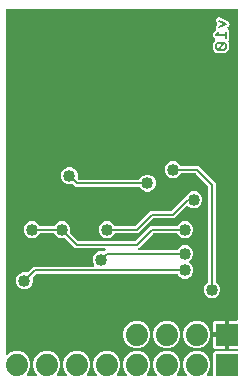
<source format=gbr>
G04 EAGLE Gerber RS-274X export*
G75*
%MOMM*%
%FSLAX34Y34*%
%LPD*%
%INBottom Copper*%
%IPPOS*%
%AMOC8*
5,1,8,0,0,1.08239X$1,22.5*%
G01*
%ADD10C,0.152400*%
%ADD11R,1.879600X1.879600*%
%ADD12C,1.879600*%
%ADD13C,1.016000*%
%ADD14C,0.203200*%

G36*
X28910Y3307D02*
X28910Y3307D01*
X28939Y3304D01*
X29050Y3327D01*
X29162Y3343D01*
X29189Y3355D01*
X29218Y3360D01*
X29318Y3413D01*
X29422Y3459D01*
X29444Y3478D01*
X29470Y3491D01*
X29552Y3569D01*
X29639Y3642D01*
X29655Y3667D01*
X29676Y3687D01*
X29733Y3785D01*
X29796Y3879D01*
X29805Y3907D01*
X29820Y3932D01*
X29848Y4042D01*
X29882Y4150D01*
X29883Y4180D01*
X29890Y4208D01*
X29886Y4321D01*
X29889Y4434D01*
X29882Y4463D01*
X29881Y4492D01*
X29846Y4600D01*
X29818Y4709D01*
X29803Y4735D01*
X29794Y4763D01*
X29748Y4827D01*
X29672Y4954D01*
X29627Y4997D01*
X29599Y5036D01*
X28409Y6225D01*
X26669Y10426D01*
X26669Y14974D01*
X28410Y19175D01*
X31625Y22390D01*
X35826Y24131D01*
X40374Y24131D01*
X44575Y22390D01*
X47790Y19175D01*
X49531Y14974D01*
X49531Y10426D01*
X47791Y6225D01*
X46601Y5036D01*
X46584Y5012D01*
X46561Y4993D01*
X46499Y4899D01*
X46430Y4809D01*
X46420Y4781D01*
X46404Y4757D01*
X46370Y4649D01*
X46329Y4543D01*
X46327Y4514D01*
X46318Y4486D01*
X46315Y4372D01*
X46306Y4260D01*
X46311Y4231D01*
X46311Y4202D01*
X46339Y4092D01*
X46362Y3981D01*
X46375Y3955D01*
X46382Y3927D01*
X46440Y3829D01*
X46493Y3729D01*
X46513Y3707D01*
X46528Y3682D01*
X46610Y3605D01*
X46688Y3523D01*
X46714Y3508D01*
X46735Y3488D01*
X46836Y3436D01*
X46934Y3379D01*
X46962Y3372D01*
X46988Y3358D01*
X47066Y3345D01*
X47209Y3309D01*
X47272Y3311D01*
X47319Y3303D01*
X54281Y3303D01*
X54310Y3307D01*
X54339Y3304D01*
X54450Y3327D01*
X54562Y3343D01*
X54589Y3355D01*
X54618Y3360D01*
X54718Y3413D01*
X54822Y3459D01*
X54844Y3478D01*
X54870Y3491D01*
X54952Y3569D01*
X55039Y3642D01*
X55055Y3667D01*
X55076Y3687D01*
X55133Y3785D01*
X55196Y3879D01*
X55205Y3907D01*
X55220Y3932D01*
X55248Y4042D01*
X55282Y4150D01*
X55283Y4180D01*
X55290Y4208D01*
X55286Y4321D01*
X55289Y4434D01*
X55282Y4463D01*
X55281Y4492D01*
X55246Y4600D01*
X55218Y4709D01*
X55203Y4735D01*
X55194Y4763D01*
X55148Y4827D01*
X55072Y4954D01*
X55027Y4997D01*
X54999Y5036D01*
X53809Y6225D01*
X52069Y10426D01*
X52069Y14974D01*
X53810Y19175D01*
X57025Y22390D01*
X61226Y24131D01*
X65774Y24131D01*
X69975Y22390D01*
X73190Y19175D01*
X74931Y14974D01*
X74931Y10426D01*
X73191Y6225D01*
X72001Y5036D01*
X71984Y5012D01*
X71961Y4993D01*
X71899Y4899D01*
X71830Y4809D01*
X71820Y4781D01*
X71804Y4757D01*
X71770Y4649D01*
X71729Y4543D01*
X71727Y4514D01*
X71718Y4486D01*
X71715Y4372D01*
X71706Y4260D01*
X71711Y4231D01*
X71711Y4202D01*
X71739Y4092D01*
X71762Y3981D01*
X71775Y3955D01*
X71782Y3927D01*
X71840Y3829D01*
X71893Y3729D01*
X71913Y3707D01*
X71928Y3682D01*
X72010Y3605D01*
X72088Y3523D01*
X72114Y3508D01*
X72135Y3488D01*
X72236Y3436D01*
X72334Y3379D01*
X72362Y3372D01*
X72388Y3358D01*
X72466Y3345D01*
X72609Y3309D01*
X72672Y3311D01*
X72719Y3303D01*
X79681Y3303D01*
X79710Y3307D01*
X79739Y3304D01*
X79850Y3327D01*
X79962Y3343D01*
X79989Y3355D01*
X80018Y3360D01*
X80118Y3413D01*
X80222Y3459D01*
X80244Y3478D01*
X80270Y3491D01*
X80352Y3569D01*
X80439Y3642D01*
X80455Y3667D01*
X80476Y3687D01*
X80533Y3785D01*
X80596Y3879D01*
X80605Y3907D01*
X80620Y3932D01*
X80648Y4042D01*
X80682Y4150D01*
X80683Y4180D01*
X80690Y4208D01*
X80686Y4321D01*
X80689Y4434D01*
X80682Y4463D01*
X80681Y4492D01*
X80646Y4600D01*
X80618Y4709D01*
X80603Y4735D01*
X80594Y4763D01*
X80548Y4827D01*
X80472Y4954D01*
X80427Y4997D01*
X80399Y5036D01*
X79209Y6225D01*
X77469Y10426D01*
X77469Y14974D01*
X79210Y19175D01*
X82425Y22390D01*
X86626Y24131D01*
X91174Y24131D01*
X95375Y22390D01*
X98590Y19175D01*
X100331Y14974D01*
X100331Y10426D01*
X98591Y6225D01*
X97401Y5036D01*
X97384Y5012D01*
X97361Y4993D01*
X97299Y4899D01*
X97230Y4809D01*
X97220Y4781D01*
X97204Y4757D01*
X97170Y4649D01*
X97129Y4543D01*
X97127Y4514D01*
X97118Y4486D01*
X97115Y4372D01*
X97106Y4260D01*
X97111Y4231D01*
X97111Y4202D01*
X97139Y4092D01*
X97162Y3981D01*
X97175Y3955D01*
X97182Y3927D01*
X97240Y3829D01*
X97293Y3729D01*
X97313Y3707D01*
X97328Y3682D01*
X97410Y3605D01*
X97488Y3523D01*
X97514Y3508D01*
X97535Y3488D01*
X97636Y3436D01*
X97734Y3379D01*
X97762Y3372D01*
X97788Y3358D01*
X97866Y3345D01*
X98009Y3309D01*
X98072Y3311D01*
X98119Y3303D01*
X105081Y3303D01*
X105110Y3307D01*
X105139Y3304D01*
X105250Y3327D01*
X105362Y3343D01*
X105389Y3355D01*
X105418Y3360D01*
X105518Y3413D01*
X105622Y3459D01*
X105644Y3478D01*
X105670Y3491D01*
X105752Y3569D01*
X105839Y3642D01*
X105855Y3667D01*
X105876Y3687D01*
X105933Y3785D01*
X105996Y3879D01*
X106005Y3907D01*
X106020Y3932D01*
X106048Y4042D01*
X106082Y4150D01*
X106083Y4180D01*
X106090Y4208D01*
X106086Y4321D01*
X106089Y4434D01*
X106082Y4463D01*
X106081Y4492D01*
X106046Y4600D01*
X106018Y4709D01*
X106003Y4735D01*
X105994Y4763D01*
X105948Y4827D01*
X105872Y4954D01*
X105827Y4997D01*
X105799Y5036D01*
X104609Y6225D01*
X102869Y10426D01*
X102869Y14974D01*
X104610Y19175D01*
X107825Y22390D01*
X112026Y24131D01*
X116574Y24131D01*
X120775Y22390D01*
X123990Y19175D01*
X125731Y14974D01*
X125731Y10426D01*
X123991Y6225D01*
X122801Y5036D01*
X122784Y5012D01*
X122761Y4993D01*
X122699Y4899D01*
X122630Y4809D01*
X122620Y4781D01*
X122604Y4757D01*
X122570Y4649D01*
X122529Y4543D01*
X122527Y4514D01*
X122518Y4486D01*
X122515Y4372D01*
X122506Y4260D01*
X122511Y4231D01*
X122511Y4202D01*
X122539Y4092D01*
X122562Y3981D01*
X122575Y3955D01*
X122582Y3927D01*
X122640Y3829D01*
X122693Y3729D01*
X122713Y3707D01*
X122728Y3682D01*
X122810Y3605D01*
X122888Y3523D01*
X122914Y3508D01*
X122935Y3488D01*
X123036Y3436D01*
X123134Y3379D01*
X123162Y3372D01*
X123188Y3358D01*
X123266Y3345D01*
X123409Y3309D01*
X123472Y3311D01*
X123519Y3303D01*
X130481Y3303D01*
X130510Y3307D01*
X130539Y3304D01*
X130650Y3327D01*
X130762Y3343D01*
X130789Y3355D01*
X130818Y3360D01*
X130918Y3413D01*
X131022Y3459D01*
X131044Y3478D01*
X131070Y3491D01*
X131152Y3569D01*
X131239Y3642D01*
X131255Y3667D01*
X131276Y3687D01*
X131333Y3785D01*
X131396Y3879D01*
X131405Y3907D01*
X131420Y3932D01*
X131448Y4042D01*
X131482Y4150D01*
X131483Y4180D01*
X131490Y4208D01*
X131486Y4321D01*
X131489Y4434D01*
X131482Y4463D01*
X131481Y4492D01*
X131446Y4600D01*
X131418Y4709D01*
X131403Y4735D01*
X131394Y4763D01*
X131348Y4827D01*
X131272Y4954D01*
X131227Y4997D01*
X131199Y5036D01*
X130009Y6225D01*
X128269Y10426D01*
X128269Y14974D01*
X130010Y19175D01*
X133225Y22390D01*
X137426Y24131D01*
X141974Y24131D01*
X146175Y22390D01*
X149390Y19175D01*
X151131Y14974D01*
X151131Y10426D01*
X149391Y6225D01*
X148201Y5036D01*
X148184Y5012D01*
X148161Y4993D01*
X148099Y4899D01*
X148030Y4809D01*
X148020Y4781D01*
X148004Y4757D01*
X147970Y4649D01*
X147929Y4543D01*
X147927Y4514D01*
X147918Y4486D01*
X147915Y4372D01*
X147906Y4260D01*
X147911Y4231D01*
X147911Y4202D01*
X147939Y4092D01*
X147962Y3981D01*
X147975Y3955D01*
X147982Y3927D01*
X148040Y3829D01*
X148093Y3729D01*
X148113Y3707D01*
X148128Y3682D01*
X148210Y3605D01*
X148288Y3523D01*
X148314Y3508D01*
X148335Y3488D01*
X148436Y3436D01*
X148534Y3379D01*
X148562Y3372D01*
X148588Y3358D01*
X148666Y3345D01*
X148809Y3309D01*
X148872Y3311D01*
X148919Y3303D01*
X155881Y3303D01*
X155910Y3307D01*
X155939Y3304D01*
X156050Y3327D01*
X156162Y3343D01*
X156189Y3355D01*
X156218Y3360D01*
X156318Y3413D01*
X156422Y3459D01*
X156444Y3478D01*
X156470Y3491D01*
X156552Y3569D01*
X156639Y3642D01*
X156655Y3667D01*
X156676Y3687D01*
X156733Y3785D01*
X156796Y3879D01*
X156805Y3907D01*
X156820Y3932D01*
X156848Y4042D01*
X156882Y4150D01*
X156883Y4180D01*
X156890Y4208D01*
X156886Y4321D01*
X156889Y4434D01*
X156882Y4463D01*
X156881Y4492D01*
X156846Y4600D01*
X156818Y4709D01*
X156803Y4735D01*
X156794Y4763D01*
X156748Y4827D01*
X156672Y4954D01*
X156627Y4997D01*
X156599Y5036D01*
X155409Y6225D01*
X153669Y10426D01*
X153669Y14974D01*
X155410Y19175D01*
X158625Y22390D01*
X162826Y24131D01*
X167374Y24131D01*
X171575Y22390D01*
X174790Y19175D01*
X176531Y14974D01*
X176531Y10426D01*
X174791Y6225D01*
X173601Y5036D01*
X173584Y5012D01*
X173561Y4993D01*
X173499Y4899D01*
X173430Y4809D01*
X173420Y4781D01*
X173404Y4757D01*
X173370Y4649D01*
X173329Y4543D01*
X173327Y4514D01*
X173318Y4486D01*
X173315Y4372D01*
X173306Y4260D01*
X173311Y4231D01*
X173311Y4202D01*
X173339Y4092D01*
X173362Y3981D01*
X173375Y3955D01*
X173382Y3927D01*
X173440Y3829D01*
X173493Y3729D01*
X173513Y3707D01*
X173528Y3682D01*
X173610Y3605D01*
X173688Y3523D01*
X173714Y3508D01*
X173735Y3488D01*
X173836Y3436D01*
X173934Y3379D01*
X173962Y3372D01*
X173988Y3358D01*
X174066Y3345D01*
X174209Y3309D01*
X174272Y3311D01*
X174319Y3303D01*
X178054Y3303D01*
X178112Y3311D01*
X178170Y3309D01*
X178252Y3331D01*
X178336Y3343D01*
X178389Y3366D01*
X178445Y3381D01*
X178518Y3424D01*
X178595Y3459D01*
X178640Y3497D01*
X178690Y3526D01*
X178748Y3588D01*
X178812Y3642D01*
X178844Y3691D01*
X178884Y3734D01*
X178923Y3809D01*
X178970Y3879D01*
X178987Y3935D01*
X179014Y3987D01*
X179025Y4055D01*
X179055Y4150D01*
X179058Y4250D01*
X179069Y4318D01*
X179069Y22940D01*
X180260Y24131D01*
X198698Y24131D01*
X198756Y24139D01*
X198814Y24137D01*
X198896Y24159D01*
X198979Y24171D01*
X199033Y24194D01*
X199089Y24209D01*
X199162Y24252D01*
X199239Y24287D01*
X199283Y24325D01*
X199334Y24354D01*
X199391Y24416D01*
X199456Y24470D01*
X199488Y24519D01*
X199528Y24562D01*
X199567Y24637D01*
X199613Y24707D01*
X199631Y24763D01*
X199658Y24815D01*
X199669Y24883D01*
X199699Y24977D01*
X199699Y24978D01*
X199702Y25078D01*
X199713Y25146D01*
X199705Y25204D01*
X199706Y25262D01*
X199685Y25344D01*
X199673Y25428D01*
X199649Y25481D01*
X199635Y25537D01*
X199592Y25610D01*
X199557Y25687D01*
X199519Y25732D01*
X199489Y25782D01*
X199428Y25840D01*
X199373Y25904D01*
X199325Y25936D01*
X199282Y25976D01*
X199207Y26015D01*
X199137Y26062D01*
X199081Y26079D01*
X199029Y26106D01*
X198961Y26117D01*
X198866Y26147D01*
X198766Y26150D01*
X198698Y26161D01*
X192531Y26161D01*
X192531Y37084D01*
X192523Y37142D01*
X192525Y37200D01*
X192503Y37282D01*
X192491Y37365D01*
X192467Y37419D01*
X192453Y37475D01*
X192410Y37548D01*
X192375Y37625D01*
X192337Y37669D01*
X192307Y37720D01*
X192246Y37777D01*
X192191Y37842D01*
X192143Y37874D01*
X192100Y37914D01*
X192025Y37953D01*
X191955Y37999D01*
X191899Y38017D01*
X191847Y38044D01*
X191779Y38055D01*
X191684Y38085D01*
X191584Y38088D01*
X191516Y38099D01*
X190499Y38099D01*
X190499Y38101D01*
X191516Y38101D01*
X191574Y38109D01*
X191632Y38108D01*
X191714Y38129D01*
X191797Y38141D01*
X191851Y38165D01*
X191907Y38179D01*
X191980Y38222D01*
X192057Y38257D01*
X192102Y38295D01*
X192152Y38325D01*
X192210Y38386D01*
X192274Y38441D01*
X192306Y38489D01*
X192346Y38532D01*
X192385Y38607D01*
X192431Y38677D01*
X192449Y38733D01*
X192476Y38785D01*
X192487Y38853D01*
X192517Y38948D01*
X192520Y39048D01*
X192531Y39116D01*
X192531Y50039D01*
X198714Y50039D01*
X198772Y50047D01*
X198830Y50045D01*
X198912Y50067D01*
X198996Y50079D01*
X199049Y50102D01*
X199105Y50117D01*
X199178Y50160D01*
X199255Y50195D01*
X199299Y50232D01*
X199350Y50262D01*
X199408Y50324D01*
X199472Y50378D01*
X199504Y50427D01*
X199544Y50469D01*
X199583Y50545D01*
X199630Y50615D01*
X199647Y50671D01*
X199674Y50722D01*
X199685Y50790D01*
X199715Y50886D01*
X199718Y50985D01*
X199729Y51053D01*
X199895Y313181D01*
X199886Y313240D01*
X199888Y313298D01*
X199867Y313380D01*
X199855Y313463D01*
X199831Y313517D01*
X199816Y313573D01*
X199773Y313646D01*
X199739Y313722D01*
X199701Y313767D01*
X199671Y313818D01*
X199609Y313875D01*
X199555Y313939D01*
X199506Y313972D01*
X199463Y314012D01*
X199389Y314051D01*
X199319Y314097D01*
X199263Y314115D01*
X199210Y314142D01*
X199143Y314153D01*
X199048Y314183D01*
X198948Y314186D01*
X198879Y314197D01*
X4318Y314197D01*
X4260Y314189D01*
X4202Y314191D01*
X4120Y314169D01*
X4036Y314157D01*
X3983Y314134D01*
X3927Y314119D01*
X3854Y314076D01*
X3777Y314041D01*
X3732Y314003D01*
X3682Y313974D01*
X3624Y313912D01*
X3560Y313858D01*
X3528Y313809D01*
X3488Y313766D01*
X3449Y313691D01*
X3402Y313621D01*
X3385Y313565D01*
X3358Y313513D01*
X3347Y313445D01*
X3317Y313350D01*
X3314Y313250D01*
X3303Y313182D01*
X3303Y21919D01*
X3307Y21890D01*
X3304Y21861D01*
X3327Y21750D01*
X3343Y21638D01*
X3355Y21611D01*
X3360Y21582D01*
X3413Y21482D01*
X3459Y21378D01*
X3478Y21356D01*
X3491Y21330D01*
X3569Y21248D01*
X3642Y21161D01*
X3667Y21145D01*
X3687Y21124D01*
X3785Y21067D01*
X3879Y21004D01*
X3907Y20995D01*
X3932Y20980D01*
X4042Y20952D01*
X4150Y20918D01*
X4180Y20917D01*
X4208Y20910D01*
X4321Y20914D01*
X4434Y20911D01*
X4463Y20918D01*
X4492Y20919D01*
X4600Y20954D01*
X4709Y20982D01*
X4735Y20997D01*
X4763Y21006D01*
X4827Y21052D01*
X4954Y21128D01*
X4997Y21173D01*
X5036Y21201D01*
X6225Y22391D01*
X10426Y24131D01*
X14974Y24131D01*
X19175Y22390D01*
X22390Y19175D01*
X24131Y14974D01*
X24131Y10426D01*
X22391Y6225D01*
X21201Y5036D01*
X21184Y5012D01*
X21161Y4993D01*
X21099Y4899D01*
X21030Y4809D01*
X21020Y4781D01*
X21004Y4757D01*
X20970Y4649D01*
X20929Y4543D01*
X20927Y4514D01*
X20918Y4486D01*
X20915Y4372D01*
X20906Y4260D01*
X20911Y4231D01*
X20911Y4202D01*
X20939Y4092D01*
X20962Y3981D01*
X20975Y3955D01*
X20982Y3927D01*
X21040Y3829D01*
X21093Y3729D01*
X21113Y3707D01*
X21128Y3682D01*
X21210Y3605D01*
X21288Y3523D01*
X21314Y3508D01*
X21335Y3488D01*
X21436Y3436D01*
X21534Y3379D01*
X21562Y3372D01*
X21588Y3358D01*
X21666Y3345D01*
X21809Y3309D01*
X21872Y3311D01*
X21919Y3303D01*
X28881Y3303D01*
X28910Y3307D01*
G37*
%LPC*%
G36*
X17635Y76707D02*
X17635Y76707D01*
X15021Y77790D01*
X13020Y79791D01*
X11937Y82405D01*
X11937Y85235D01*
X13020Y87849D01*
X15021Y89850D01*
X17635Y90933D01*
X20465Y90933D01*
X20818Y90786D01*
X20820Y90786D01*
X20821Y90785D01*
X20954Y90751D01*
X21094Y90715D01*
X21095Y90715D01*
X21097Y90715D01*
X21238Y90719D01*
X21378Y90723D01*
X21379Y90724D01*
X21381Y90724D01*
X21515Y90767D01*
X21649Y90810D01*
X21650Y90811D01*
X21651Y90811D01*
X21664Y90820D01*
X21885Y90968D01*
X21904Y90992D01*
X21925Y91006D01*
X26677Y95759D01*
X77151Y95759D01*
X77180Y95763D01*
X77210Y95760D01*
X77321Y95783D01*
X77433Y95799D01*
X77460Y95811D01*
X77488Y95816D01*
X77589Y95868D01*
X77692Y95915D01*
X77715Y95934D01*
X77741Y95947D01*
X77823Y96025D01*
X77909Y96098D01*
X77925Y96123D01*
X77947Y96143D01*
X78004Y96241D01*
X78067Y96335D01*
X78076Y96363D01*
X78091Y96388D01*
X78118Y96498D01*
X78153Y96606D01*
X78153Y96635D01*
X78161Y96664D01*
X78157Y96777D01*
X78160Y96890D01*
X78152Y96919D01*
X78152Y96948D01*
X78117Y97056D01*
X78088Y97165D01*
X78073Y97191D01*
X78064Y97219D01*
X78019Y97282D01*
X77943Y97410D01*
X77897Y97453D01*
X77869Y97492D01*
X77790Y97571D01*
X76707Y100185D01*
X76707Y103015D01*
X77790Y105629D01*
X79791Y107630D01*
X82405Y108713D01*
X85235Y108713D01*
X85588Y108566D01*
X85590Y108566D01*
X85591Y108565D01*
X85724Y108531D01*
X85864Y108495D01*
X85865Y108495D01*
X85867Y108495D01*
X86008Y108499D01*
X86148Y108503D01*
X86149Y108504D01*
X86151Y108504D01*
X86285Y108547D01*
X86419Y108590D01*
X86420Y108591D01*
X86421Y108591D01*
X86434Y108600D01*
X86655Y108748D01*
X86675Y108772D01*
X86695Y108786D01*
X87427Y109518D01*
X87444Y109542D01*
X87467Y109561D01*
X87530Y109655D01*
X87597Y109745D01*
X87608Y109773D01*
X87624Y109797D01*
X87658Y109905D01*
X87699Y110011D01*
X87701Y110040D01*
X87710Y110068D01*
X87713Y110182D01*
X87722Y110294D01*
X87717Y110323D01*
X87717Y110352D01*
X87689Y110462D01*
X87666Y110573D01*
X87653Y110599D01*
X87645Y110627D01*
X87588Y110725D01*
X87535Y110825D01*
X87515Y110847D01*
X87500Y110872D01*
X87418Y110949D01*
X87340Y111031D01*
X87314Y111046D01*
X87293Y111066D01*
X87192Y111118D01*
X87094Y111175D01*
X87066Y111182D01*
X87040Y111196D01*
X86962Y111209D01*
X86819Y111245D01*
X86756Y111243D01*
X86709Y111251D01*
X62237Y111251D01*
X53675Y119814D01*
X53674Y119815D01*
X53673Y119816D01*
X53560Y119900D01*
X53448Y119985D01*
X53446Y119985D01*
X53445Y119986D01*
X53313Y120036D01*
X53182Y120086D01*
X53180Y120086D01*
X53179Y120086D01*
X53040Y120098D01*
X52899Y120109D01*
X52897Y120109D01*
X52896Y120109D01*
X52881Y120106D01*
X52620Y120053D01*
X52593Y120039D01*
X52568Y120034D01*
X52215Y119887D01*
X49385Y119887D01*
X46771Y120970D01*
X44770Y122971D01*
X44624Y123325D01*
X44623Y123326D01*
X44622Y123327D01*
X44552Y123446D01*
X44479Y123569D01*
X44478Y123570D01*
X44477Y123572D01*
X44373Y123670D01*
X44272Y123765D01*
X44271Y123765D01*
X44270Y123766D01*
X44144Y123831D01*
X44020Y123895D01*
X44018Y123895D01*
X44017Y123896D01*
X44002Y123898D01*
X43741Y123950D01*
X43710Y123947D01*
X43686Y123951D01*
X32514Y123951D01*
X32513Y123951D01*
X32511Y123951D01*
X32370Y123931D01*
X32233Y123911D01*
X32231Y123911D01*
X32230Y123911D01*
X32100Y123852D01*
X31973Y123795D01*
X31972Y123794D01*
X31971Y123793D01*
X31862Y123700D01*
X31756Y123612D01*
X31756Y123610D01*
X31754Y123609D01*
X31746Y123596D01*
X31599Y123375D01*
X31590Y123346D01*
X31576Y123325D01*
X31430Y122971D01*
X29429Y120970D01*
X26815Y119887D01*
X23985Y119887D01*
X21371Y120970D01*
X19370Y122971D01*
X18287Y125585D01*
X18287Y128415D01*
X19370Y131029D01*
X21371Y133030D01*
X23985Y134113D01*
X26815Y134113D01*
X29429Y133030D01*
X31430Y131029D01*
X31576Y130675D01*
X31577Y130674D01*
X31578Y130673D01*
X31648Y130554D01*
X31721Y130431D01*
X31722Y130430D01*
X31723Y130428D01*
X31827Y130330D01*
X31928Y130235D01*
X31929Y130235D01*
X31930Y130234D01*
X32056Y130169D01*
X32180Y130105D01*
X32182Y130105D01*
X32183Y130104D01*
X32198Y130102D01*
X32459Y130050D01*
X32490Y130053D01*
X32514Y130049D01*
X43686Y130049D01*
X43687Y130049D01*
X43689Y130049D01*
X43830Y130069D01*
X43967Y130089D01*
X43969Y130089D01*
X43970Y130089D01*
X44100Y130148D01*
X44227Y130205D01*
X44228Y130206D01*
X44229Y130207D01*
X44338Y130300D01*
X44444Y130388D01*
X44444Y130390D01*
X44446Y130391D01*
X44454Y130404D01*
X44601Y130625D01*
X44610Y130654D01*
X44624Y130675D01*
X44770Y131029D01*
X46771Y133030D01*
X49385Y134113D01*
X52215Y134113D01*
X54829Y133030D01*
X56830Y131029D01*
X57913Y128415D01*
X57913Y125585D01*
X57766Y125232D01*
X57766Y125230D01*
X57765Y125229D01*
X57730Y125092D01*
X57695Y124956D01*
X57695Y124955D01*
X57695Y124953D01*
X57699Y124812D01*
X57703Y124672D01*
X57704Y124671D01*
X57704Y124669D01*
X57747Y124535D01*
X57790Y124401D01*
X57791Y124400D01*
X57791Y124399D01*
X57800Y124386D01*
X57948Y124165D01*
X57972Y124146D01*
X57986Y124125D01*
X64465Y117646D01*
X64535Y117594D01*
X64599Y117534D01*
X64649Y117508D01*
X64693Y117475D01*
X64774Y117444D01*
X64852Y117404D01*
X64900Y117396D01*
X64958Y117374D01*
X65106Y117362D01*
X65183Y117349D01*
X112617Y117349D01*
X112703Y117361D01*
X112791Y117364D01*
X112843Y117381D01*
X112898Y117389D01*
X112978Y117424D01*
X113061Y117451D01*
X113100Y117479D01*
X113158Y117505D01*
X113271Y117601D01*
X113335Y117646D01*
X125737Y130049D01*
X147826Y130049D01*
X147827Y130049D01*
X147829Y130049D01*
X147970Y130069D01*
X148107Y130089D01*
X148109Y130089D01*
X148110Y130089D01*
X148240Y130148D01*
X148367Y130205D01*
X148368Y130206D01*
X148369Y130207D01*
X148478Y130300D01*
X148584Y130388D01*
X148584Y130390D01*
X148586Y130391D01*
X148594Y130404D01*
X148741Y130625D01*
X148750Y130654D01*
X148764Y130675D01*
X148910Y131029D01*
X150911Y133030D01*
X153525Y134113D01*
X156355Y134113D01*
X158969Y133030D01*
X160970Y131029D01*
X162053Y128415D01*
X162053Y125585D01*
X160970Y122971D01*
X158969Y120970D01*
X156355Y119887D01*
X153525Y119887D01*
X150911Y120970D01*
X148910Y122971D01*
X148764Y123325D01*
X148763Y123326D01*
X148762Y123327D01*
X148692Y123446D01*
X148619Y123569D01*
X148618Y123570D01*
X148617Y123572D01*
X148513Y123670D01*
X148412Y123765D01*
X148411Y123765D01*
X148410Y123766D01*
X148284Y123831D01*
X148160Y123895D01*
X148158Y123895D01*
X148157Y123896D01*
X148142Y123898D01*
X147881Y123950D01*
X147850Y123947D01*
X147826Y123951D01*
X128683Y123951D01*
X128597Y123939D01*
X128509Y123936D01*
X128457Y123919D01*
X128402Y123911D01*
X128322Y123876D01*
X128239Y123849D01*
X128200Y123821D01*
X128142Y123795D01*
X128029Y123699D01*
X127965Y123654D01*
X117646Y113335D01*
X115773Y111462D01*
X115756Y111438D01*
X115733Y111419D01*
X115671Y111325D01*
X115603Y111235D01*
X115592Y111207D01*
X115576Y111183D01*
X115542Y111075D01*
X115501Y110969D01*
X115499Y110940D01*
X115490Y110912D01*
X115487Y110798D01*
X115478Y110686D01*
X115483Y110657D01*
X115483Y110628D01*
X115511Y110518D01*
X115534Y110407D01*
X115547Y110381D01*
X115555Y110353D01*
X115612Y110255D01*
X115665Y110155D01*
X115685Y110133D01*
X115700Y110108D01*
X115782Y110031D01*
X115860Y109949D01*
X115886Y109934D01*
X115907Y109914D01*
X116008Y109862D01*
X116106Y109805D01*
X116134Y109798D01*
X116160Y109784D01*
X116238Y109771D01*
X116381Y109735D01*
X116444Y109737D01*
X116491Y109729D01*
X147826Y109729D01*
X147827Y109729D01*
X147829Y109729D01*
X147970Y109749D01*
X148107Y109769D01*
X148109Y109769D01*
X148110Y109769D01*
X148240Y109828D01*
X148367Y109885D01*
X148368Y109886D01*
X148369Y109887D01*
X148478Y109980D01*
X148584Y110068D01*
X148584Y110070D01*
X148586Y110071D01*
X148594Y110084D01*
X148741Y110305D01*
X148750Y110334D01*
X148764Y110355D01*
X148910Y110709D01*
X150911Y112710D01*
X153525Y113793D01*
X156355Y113793D01*
X158969Y112710D01*
X160970Y110709D01*
X162053Y108095D01*
X162053Y105265D01*
X160970Y102651D01*
X158969Y100650D01*
X158928Y100633D01*
X158902Y100618D01*
X158874Y100609D01*
X158780Y100546D01*
X158683Y100488D01*
X158663Y100467D01*
X158638Y100451D01*
X158565Y100364D01*
X158488Y100282D01*
X158474Y100256D01*
X158455Y100233D01*
X158409Y100130D01*
X158357Y100029D01*
X158352Y100000D01*
X158340Y99973D01*
X158324Y99861D01*
X158302Y99750D01*
X158305Y99721D01*
X158301Y99692D01*
X158317Y99579D01*
X158327Y99467D01*
X158337Y99439D01*
X158342Y99410D01*
X158388Y99307D01*
X158429Y99202D01*
X158447Y99178D01*
X158459Y99151D01*
X158532Y99065D01*
X158600Y98975D01*
X158624Y98957D01*
X158643Y98935D01*
X158710Y98893D01*
X158828Y98805D01*
X158887Y98783D01*
X158928Y98757D01*
X158969Y98740D01*
X160970Y96739D01*
X162053Y94125D01*
X162053Y91295D01*
X160970Y88681D01*
X158969Y86680D01*
X156355Y85597D01*
X153525Y85597D01*
X150911Y86680D01*
X148910Y88681D01*
X148764Y89035D01*
X148763Y89036D01*
X148762Y89037D01*
X148692Y89156D01*
X148619Y89279D01*
X148618Y89280D01*
X148617Y89282D01*
X148513Y89380D01*
X148412Y89475D01*
X148411Y89475D01*
X148410Y89476D01*
X148284Y89541D01*
X148160Y89605D01*
X148158Y89605D01*
X148157Y89606D01*
X148142Y89608D01*
X147881Y89660D01*
X147850Y89657D01*
X147826Y89661D01*
X29623Y89661D01*
X29537Y89649D01*
X29449Y89646D01*
X29397Y89629D01*
X29342Y89621D01*
X29262Y89586D01*
X29179Y89559D01*
X29140Y89531D01*
X29082Y89505D01*
X28969Y89409D01*
X28905Y89364D01*
X26236Y86695D01*
X26235Y86694D01*
X26234Y86693D01*
X26149Y86579D01*
X26065Y86468D01*
X26065Y86466D01*
X26064Y86465D01*
X26014Y86333D01*
X25964Y86202D01*
X25964Y86200D01*
X25964Y86199D01*
X25952Y86060D01*
X25941Y85919D01*
X25941Y85917D01*
X25941Y85916D01*
X25944Y85901D01*
X25997Y85640D01*
X26011Y85613D01*
X26016Y85588D01*
X26163Y85235D01*
X26163Y82405D01*
X25080Y79791D01*
X23079Y77790D01*
X20465Y76707D01*
X17635Y76707D01*
G37*
%LPD*%
%LPC*%
G36*
X176385Y69087D02*
X176385Y69087D01*
X173771Y70170D01*
X171770Y72171D01*
X170687Y74785D01*
X170687Y77615D01*
X171770Y80229D01*
X173771Y82230D01*
X174125Y82376D01*
X174126Y82377D01*
X174127Y82378D01*
X174246Y82448D01*
X174369Y82521D01*
X174370Y82522D01*
X174372Y82523D01*
X174470Y82627D01*
X174565Y82728D01*
X174565Y82729D01*
X174566Y82730D01*
X174631Y82856D01*
X174695Y82980D01*
X174695Y82982D01*
X174696Y82983D01*
X174698Y82998D01*
X174750Y83259D01*
X174747Y83290D01*
X174751Y83314D01*
X174751Y163417D01*
X174739Y163503D01*
X174736Y163591D01*
X174719Y163643D01*
X174711Y163698D01*
X174676Y163778D01*
X174649Y163861D01*
X174621Y163900D01*
X174595Y163958D01*
X174499Y164071D01*
X174454Y164135D01*
X164135Y174454D01*
X164065Y174506D01*
X164001Y174566D01*
X163951Y174592D01*
X163907Y174625D01*
X163826Y174656D01*
X163748Y174696D01*
X163700Y174704D01*
X163642Y174726D01*
X163494Y174738D01*
X163417Y174751D01*
X151894Y174751D01*
X151893Y174751D01*
X151891Y174751D01*
X151750Y174731D01*
X151613Y174711D01*
X151611Y174711D01*
X151610Y174711D01*
X151480Y174652D01*
X151353Y174595D01*
X151352Y174594D01*
X151351Y174593D01*
X151242Y174500D01*
X151136Y174412D01*
X151136Y174410D01*
X151134Y174409D01*
X151126Y174396D01*
X150979Y174175D01*
X150970Y174146D01*
X150956Y174125D01*
X150810Y173771D01*
X148809Y171770D01*
X146195Y170687D01*
X143365Y170687D01*
X140751Y171770D01*
X138750Y173771D01*
X137667Y176385D01*
X137667Y179215D01*
X138750Y181829D01*
X140751Y183830D01*
X143365Y184913D01*
X146195Y184913D01*
X148809Y183830D01*
X150810Y181829D01*
X150956Y181475D01*
X150957Y181474D01*
X150958Y181473D01*
X151030Y181351D01*
X151101Y181231D01*
X151102Y181230D01*
X151103Y181228D01*
X151207Y181130D01*
X151308Y181035D01*
X151309Y181035D01*
X151310Y181034D01*
X151436Y180969D01*
X151560Y180905D01*
X151562Y180905D01*
X151563Y180904D01*
X151578Y180902D01*
X151839Y180850D01*
X151870Y180853D01*
X151894Y180849D01*
X166363Y180849D01*
X180849Y166363D01*
X180849Y83314D01*
X180849Y83313D01*
X180849Y83311D01*
X180869Y83170D01*
X180889Y83033D01*
X180889Y83031D01*
X180889Y83030D01*
X180948Y82900D01*
X181005Y82773D01*
X181006Y82772D01*
X181007Y82771D01*
X181101Y82660D01*
X181188Y82556D01*
X181190Y82556D01*
X181191Y82554D01*
X181204Y82546D01*
X181425Y82399D01*
X181454Y82390D01*
X181475Y82376D01*
X181829Y82230D01*
X183830Y80229D01*
X184913Y77615D01*
X184913Y74785D01*
X183830Y72171D01*
X181829Y70170D01*
X179215Y69087D01*
X176385Y69087D01*
G37*
%LPD*%
%LPC*%
G36*
X87485Y119887D02*
X87485Y119887D01*
X84871Y120970D01*
X82870Y122971D01*
X81787Y125585D01*
X81787Y128415D01*
X82870Y131029D01*
X84871Y133030D01*
X87485Y134113D01*
X90315Y134113D01*
X92929Y133030D01*
X94930Y131029D01*
X95076Y130675D01*
X95077Y130674D01*
X95078Y130673D01*
X95148Y130554D01*
X95221Y130431D01*
X95222Y130430D01*
X95223Y130428D01*
X95327Y130330D01*
X95428Y130235D01*
X95429Y130235D01*
X95430Y130234D01*
X95556Y130169D01*
X95680Y130105D01*
X95682Y130105D01*
X95683Y130104D01*
X95698Y130102D01*
X95959Y130050D01*
X95990Y130053D01*
X96014Y130049D01*
X112617Y130049D01*
X112703Y130061D01*
X112791Y130064D01*
X112843Y130081D01*
X112898Y130089D01*
X112978Y130124D01*
X113061Y130151D01*
X113100Y130179D01*
X113158Y130205D01*
X113271Y130301D01*
X113335Y130346D01*
X125737Y142749D01*
X143097Y142749D01*
X143183Y142761D01*
X143271Y142764D01*
X143323Y142781D01*
X143378Y142789D01*
X143458Y142824D01*
X143541Y142851D01*
X143580Y142879D01*
X143638Y142905D01*
X143751Y143001D01*
X143815Y143046D01*
X155915Y155147D01*
X155934Y155172D01*
X155958Y155192D01*
X155999Y155259D01*
X156086Y155374D01*
X156109Y155434D01*
X156135Y155476D01*
X156530Y156429D01*
X158531Y158430D01*
X161145Y159513D01*
X163975Y159513D01*
X166589Y158430D01*
X168590Y156429D01*
X169673Y153815D01*
X169673Y150985D01*
X168590Y148371D01*
X166589Y146370D01*
X163975Y145287D01*
X161145Y145287D01*
X158531Y146370D01*
X157864Y147037D01*
X157818Y147072D01*
X157777Y147114D01*
X157704Y147157D01*
X157637Y147208D01*
X157582Y147229D01*
X157532Y147258D01*
X157450Y147279D01*
X157371Y147309D01*
X157313Y147314D01*
X157256Y147328D01*
X157172Y147326D01*
X157088Y147333D01*
X157031Y147321D01*
X156972Y147319D01*
X156892Y147293D01*
X156809Y147277D01*
X156757Y147250D01*
X156702Y147232D01*
X156646Y147192D01*
X156557Y147146D01*
X156484Y147077D01*
X156428Y147037D01*
X146043Y136651D01*
X128683Y136651D01*
X128597Y136639D01*
X128509Y136636D01*
X128457Y136619D01*
X128402Y136611D01*
X128322Y136576D01*
X128239Y136549D01*
X128200Y136521D01*
X128142Y136495D01*
X128029Y136399D01*
X127965Y136354D01*
X115563Y123951D01*
X96014Y123951D01*
X96013Y123951D01*
X96011Y123951D01*
X95870Y123931D01*
X95733Y123911D01*
X95731Y123911D01*
X95730Y123911D01*
X95600Y123852D01*
X95473Y123795D01*
X95472Y123794D01*
X95471Y123793D01*
X95362Y123700D01*
X95256Y123612D01*
X95256Y123610D01*
X95254Y123609D01*
X95246Y123596D01*
X95099Y123375D01*
X95090Y123346D01*
X95076Y123325D01*
X94930Y122971D01*
X92929Y120970D01*
X90315Y119887D01*
X87485Y119887D01*
G37*
%LPD*%
%LPC*%
G36*
X121775Y159257D02*
X121775Y159257D01*
X119161Y160340D01*
X117160Y162341D01*
X117014Y162695D01*
X117013Y162696D01*
X117012Y162697D01*
X116944Y162813D01*
X116869Y162939D01*
X116868Y162940D01*
X116867Y162942D01*
X116763Y163040D01*
X116662Y163135D01*
X116661Y163135D01*
X116660Y163136D01*
X116534Y163201D01*
X116410Y163265D01*
X116408Y163265D01*
X116407Y163266D01*
X116392Y163268D01*
X116131Y163320D01*
X116100Y163317D01*
X116076Y163321D01*
X62237Y163321D01*
X60025Y165534D01*
X60023Y165535D01*
X60023Y165536D01*
X59909Y165621D01*
X59798Y165705D01*
X59796Y165705D01*
X59795Y165706D01*
X59665Y165755D01*
X59532Y165806D01*
X59530Y165806D01*
X59529Y165806D01*
X59390Y165818D01*
X59249Y165829D01*
X59247Y165829D01*
X59245Y165829D01*
X59231Y165826D01*
X58970Y165773D01*
X58943Y165759D01*
X58918Y165754D01*
X58565Y165607D01*
X55735Y165607D01*
X53121Y166690D01*
X51120Y168691D01*
X50037Y171305D01*
X50037Y174135D01*
X51120Y176749D01*
X53121Y178750D01*
X55735Y179833D01*
X58565Y179833D01*
X61179Y178750D01*
X63180Y176749D01*
X64263Y174135D01*
X64263Y171305D01*
X64116Y170952D01*
X64116Y170950D01*
X64115Y170949D01*
X64082Y170817D01*
X64045Y170676D01*
X64045Y170675D01*
X64045Y170673D01*
X64049Y170531D01*
X64053Y170392D01*
X64054Y170391D01*
X64054Y170389D01*
X64098Y170253D01*
X64140Y170121D01*
X64141Y170120D01*
X64141Y170119D01*
X64150Y170106D01*
X64298Y169885D01*
X64322Y169866D01*
X64336Y169845D01*
X64465Y169716D01*
X64535Y169664D01*
X64599Y169604D01*
X64649Y169578D01*
X64693Y169545D01*
X64774Y169514D01*
X64852Y169474D01*
X64900Y169466D01*
X64958Y169444D01*
X65106Y169432D01*
X65183Y169419D01*
X116076Y169419D01*
X116077Y169419D01*
X116079Y169419D01*
X116220Y169439D01*
X116357Y169459D01*
X116359Y169459D01*
X116360Y169459D01*
X116490Y169518D01*
X116617Y169575D01*
X116618Y169576D01*
X116619Y169577D01*
X116728Y169670D01*
X116834Y169758D01*
X116834Y169760D01*
X116836Y169761D01*
X116844Y169774D01*
X116991Y169995D01*
X117000Y170024D01*
X117014Y170045D01*
X117160Y170399D01*
X119161Y172400D01*
X121775Y173483D01*
X124605Y173483D01*
X127219Y172400D01*
X129220Y170399D01*
X130303Y167785D01*
X130303Y164955D01*
X129220Y162341D01*
X127219Y160340D01*
X124605Y159257D01*
X121775Y159257D01*
G37*
%LPD*%
%LPC*%
G36*
X162826Y26669D02*
X162826Y26669D01*
X158625Y28410D01*
X155410Y31625D01*
X153669Y35826D01*
X153669Y40374D01*
X155410Y44575D01*
X158625Y47790D01*
X162826Y49531D01*
X167374Y49531D01*
X171575Y47790D01*
X174790Y44575D01*
X176531Y40374D01*
X176531Y35826D01*
X174790Y31625D01*
X171575Y28410D01*
X167374Y26669D01*
X162826Y26669D01*
G37*
%LPD*%
%LPC*%
G36*
X137426Y26669D02*
X137426Y26669D01*
X133225Y28410D01*
X130010Y31625D01*
X128269Y35826D01*
X128269Y40374D01*
X130010Y44575D01*
X133225Y47790D01*
X137426Y49531D01*
X141974Y49531D01*
X146175Y47790D01*
X149390Y44575D01*
X151131Y40374D01*
X151131Y35826D01*
X149390Y31625D01*
X146175Y28410D01*
X141974Y26669D01*
X137426Y26669D01*
G37*
%LPD*%
%LPC*%
G36*
X112026Y26669D02*
X112026Y26669D01*
X107825Y28410D01*
X104610Y31625D01*
X102869Y35826D01*
X102869Y40374D01*
X104610Y44575D01*
X107825Y47790D01*
X112026Y49531D01*
X116574Y49531D01*
X120775Y47790D01*
X123990Y44575D01*
X125731Y40374D01*
X125731Y35826D01*
X123990Y31625D01*
X120775Y28410D01*
X116574Y26669D01*
X112026Y26669D01*
G37*
%LPD*%
%LPC*%
G36*
X181378Y276771D02*
X181378Y276771D01*
X179443Y278705D01*
X178300Y279848D01*
X178300Y285045D01*
X180234Y286979D01*
X180529Y287274D01*
X180547Y287297D01*
X180569Y287316D01*
X180632Y287411D01*
X180700Y287501D01*
X180710Y287528D01*
X180727Y287553D01*
X180761Y287661D01*
X180801Y287767D01*
X180804Y287796D01*
X180812Y287824D01*
X180815Y287937D01*
X180825Y288050D01*
X180819Y288079D01*
X180820Y288108D01*
X180791Y288218D01*
X180769Y288329D01*
X180755Y288355D01*
X180748Y288383D01*
X180690Y288480D01*
X180638Y288581D01*
X180618Y288602D01*
X180603Y288628D01*
X180520Y288705D01*
X180442Y288787D01*
X180417Y288802D01*
X180395Y288822D01*
X180295Y288874D01*
X180197Y288931D01*
X180168Y288938D01*
X180142Y288951D01*
X180065Y288964D01*
X179950Y288994D01*
X178300Y290644D01*
X178300Y292959D01*
X180234Y294894D01*
X181255Y295915D01*
X181278Y295945D01*
X181307Y295970D01*
X181363Y296058D01*
X181426Y296142D01*
X181440Y296177D01*
X181460Y296209D01*
X181490Y296310D01*
X181528Y296408D01*
X181531Y296445D01*
X181542Y296482D01*
X181542Y296587D01*
X181551Y296691D01*
X181544Y296728D01*
X181544Y296766D01*
X181521Y296841D01*
X181495Y296970D01*
X181462Y297034D01*
X181446Y297087D01*
X180958Y298061D01*
X181692Y300262D01*
X181755Y300305D01*
X181841Y300355D01*
X181871Y300386D01*
X181907Y300410D01*
X181970Y300487D01*
X182039Y300559D01*
X182059Y300597D01*
X182087Y300630D01*
X182126Y300722D01*
X182173Y300810D01*
X182182Y300852D01*
X182199Y300892D01*
X182211Y300991D01*
X182232Y301088D01*
X182228Y301131D01*
X182234Y301174D01*
X182218Y301272D01*
X182211Y301372D01*
X182196Y301412D01*
X182189Y301455D01*
X182147Y301545D01*
X182112Y301638D01*
X182087Y301673D01*
X182069Y301712D01*
X182003Y301787D01*
X181944Y301867D01*
X181913Y301890D01*
X181881Y301926D01*
X181730Y302023D01*
X181692Y302051D01*
X180958Y304252D01*
X181994Y306323D01*
X184190Y307055D01*
X190746Y303778D01*
X190825Y303751D01*
X190879Y303723D01*
X191744Y303434D01*
X191759Y303413D01*
X191831Y303309D01*
X191843Y303299D01*
X191852Y303286D01*
X191908Y303246D01*
X192017Y303156D01*
X192304Y302298D01*
X192341Y302223D01*
X192359Y302164D01*
X192766Y301349D01*
X192763Y301323D01*
X192740Y301198D01*
X192741Y301183D01*
X192739Y301167D01*
X192750Y301099D01*
X192764Y300959D01*
X192359Y300149D01*
X192332Y300070D01*
X192304Y300016D01*
X192015Y299151D01*
X191994Y299136D01*
X191890Y299064D01*
X191880Y299052D01*
X191867Y299042D01*
X191827Y298987D01*
X191737Y298877D01*
X191615Y298837D01*
X191607Y298833D01*
X191599Y298831D01*
X191480Y298770D01*
X191360Y298710D01*
X191354Y298704D01*
X191346Y298700D01*
X191250Y298608D01*
X191151Y298517D01*
X191146Y298510D01*
X191140Y298504D01*
X191072Y298388D01*
X191003Y298275D01*
X191001Y298266D01*
X190996Y298259D01*
X190963Y298129D01*
X190928Y298000D01*
X190928Y297992D01*
X190926Y297983D01*
X190931Y297850D01*
X190933Y297716D01*
X190935Y297708D01*
X190935Y297699D01*
X190977Y297572D01*
X191016Y297444D01*
X191020Y297437D01*
X191023Y297429D01*
X191053Y297386D01*
X191171Y297206D01*
X191200Y297181D01*
X191218Y297155D01*
X192533Y295840D01*
X192533Y287763D01*
X191892Y287122D01*
X191856Y287075D01*
X191814Y287035D01*
X191771Y286962D01*
X191721Y286895D01*
X191700Y286840D01*
X191670Y286789D01*
X191649Y286708D01*
X191619Y286629D01*
X191615Y286571D01*
X191600Y286514D01*
X191603Y286430D01*
X191596Y286346D01*
X191607Y286288D01*
X191609Y286230D01*
X191635Y286150D01*
X191652Y286067D01*
X191679Y286015D01*
X191697Y285959D01*
X191737Y285903D01*
X191783Y285815D01*
X191852Y285742D01*
X191892Y285686D01*
X192533Y285045D01*
X192533Y279848D01*
X189455Y276771D01*
X181378Y276771D01*
G37*
%LPD*%
%LPC*%
G36*
X178561Y40131D02*
X178561Y40131D01*
X178561Y47832D01*
X178734Y48479D01*
X179069Y49058D01*
X179542Y49531D01*
X180121Y49866D01*
X180768Y50039D01*
X188469Y50039D01*
X188469Y40131D01*
X178561Y40131D01*
G37*
%LPD*%
%LPC*%
G36*
X180768Y26161D02*
X180768Y26161D01*
X180121Y26334D01*
X179542Y26669D01*
X179069Y27142D01*
X178734Y27721D01*
X178561Y28368D01*
X178561Y36069D01*
X188469Y36069D01*
X188469Y26161D01*
X180768Y26161D01*
G37*
%LPD*%
D10*
X183976Y304038D02*
X189738Y301157D01*
X183976Y298276D01*
X183976Y294683D02*
X181095Y291802D01*
X189738Y291802D01*
X189738Y294683D02*
X189738Y288921D01*
X188297Y285328D02*
X182535Y285328D01*
X181095Y283887D01*
X181095Y281006D01*
X182535Y279565D01*
X188297Y279565D01*
X189738Y281006D01*
X189738Y283887D01*
X188297Y285328D01*
X182535Y279565D01*
D11*
X190500Y38100D03*
D12*
X165100Y38100D03*
X139700Y38100D03*
X114300Y38100D03*
D11*
X190500Y12700D03*
D12*
X165100Y12700D03*
X139700Y12700D03*
X114300Y12700D03*
X88900Y12700D03*
X63500Y12700D03*
X38100Y12700D03*
X12700Y12700D03*
D13*
X123190Y166370D03*
D14*
X63500Y166370D01*
X57150Y172720D01*
D13*
X57150Y172720D03*
X154940Y92710D03*
D14*
X27940Y92710D01*
D13*
X19050Y83820D03*
D14*
X27940Y92710D01*
D13*
X25400Y127000D03*
D14*
X50800Y127000D01*
D13*
X50800Y127000D03*
X154940Y127000D03*
D14*
X127000Y127000D01*
X114300Y114300D01*
X63500Y114300D01*
X50800Y127000D01*
D13*
X154940Y106680D03*
D14*
X88900Y106680D01*
X83820Y101600D01*
D13*
X83820Y101600D03*
X88900Y127000D03*
D14*
X114300Y127000D02*
X127000Y139700D01*
X114300Y127000D02*
X88900Y127000D01*
D13*
X162560Y152400D03*
D14*
X157480Y152400D01*
X144780Y139700D01*
X127000Y139700D01*
D13*
X177800Y76200D03*
D14*
X177800Y165100D01*
X165100Y177800D01*
X144780Y177800D01*
D13*
X144780Y177800D03*
M02*

</source>
